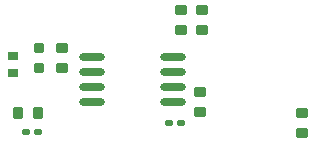
<source format=gtp>
G04 Layer_Color=8421504*
%FSLAX24Y24*%
%MOIN*%
G70*
G01*
G75*
%ADD10R,0.0354X0.0315*%
G04:AMPARAMS|DCode=11|XSize=39.4mil|YSize=35.4mil|CornerRadius=4.4mil|HoleSize=0mil|Usage=FLASHONLY|Rotation=0.000|XOffset=0mil|YOffset=0mil|HoleType=Round|Shape=RoundedRectangle|*
%AMROUNDEDRECTD11*
21,1,0.0394,0.0266,0,0,0.0*
21,1,0.0305,0.0354,0,0,0.0*
1,1,0.0089,0.0153,-0.0133*
1,1,0.0089,-0.0153,-0.0133*
1,1,0.0089,-0.0153,0.0133*
1,1,0.0089,0.0153,0.0133*
%
%ADD11ROUNDEDRECTD11*%
G04:AMPARAMS|DCode=12|XSize=19.7mil|YSize=23.6mil|CornerRadius=2mil|HoleSize=0mil|Usage=FLASHONLY|Rotation=90.000|XOffset=0mil|YOffset=0mil|HoleType=Round|Shape=RoundedRectangle|*
%AMROUNDEDRECTD12*
21,1,0.0197,0.0197,0,0,90.0*
21,1,0.0157,0.0236,0,0,90.0*
1,1,0.0039,0.0098,0.0079*
1,1,0.0039,0.0098,-0.0079*
1,1,0.0039,-0.0098,-0.0079*
1,1,0.0039,-0.0098,0.0079*
%
%ADD12ROUNDEDRECTD12*%
G04:AMPARAMS|DCode=13|XSize=31.5mil|YSize=31.5mil|CornerRadius=3.9mil|HoleSize=0mil|Usage=FLASHONLY|Rotation=90.000|XOffset=0mil|YOffset=0mil|HoleType=Round|Shape=RoundedRectangle|*
%AMROUNDEDRECTD13*
21,1,0.0315,0.0236,0,0,90.0*
21,1,0.0236,0.0315,0,0,90.0*
1,1,0.0079,0.0118,0.0118*
1,1,0.0079,0.0118,-0.0118*
1,1,0.0079,-0.0118,-0.0118*
1,1,0.0079,-0.0118,0.0118*
%
%ADD13ROUNDEDRECTD13*%
G04:AMPARAMS|DCode=14|XSize=39.4mil|YSize=35.4mil|CornerRadius=4.4mil|HoleSize=0mil|Usage=FLASHONLY|Rotation=270.000|XOffset=0mil|YOffset=0mil|HoleType=Round|Shape=RoundedRectangle|*
%AMROUNDEDRECTD14*
21,1,0.0394,0.0266,0,0,270.0*
21,1,0.0305,0.0354,0,0,270.0*
1,1,0.0089,-0.0133,-0.0153*
1,1,0.0089,-0.0133,0.0153*
1,1,0.0089,0.0133,0.0153*
1,1,0.0089,0.0133,-0.0153*
%
%ADD14ROUNDEDRECTD14*%
%ADD15O,0.0866X0.0236*%
D10*
X1181Y4941D02*
D03*
Y5492D02*
D03*
D11*
X6791Y7028D02*
D03*
Y6358D02*
D03*
X7480Y7028D02*
D03*
Y6358D02*
D03*
X2805Y5748D02*
D03*
Y5079D02*
D03*
X10827Y3583D02*
D03*
Y2913D02*
D03*
X7431Y4309D02*
D03*
Y3640D02*
D03*
D12*
X6398Y3248D02*
D03*
X6791D02*
D03*
X1624Y2953D02*
D03*
X2018D02*
D03*
D13*
X2067Y5079D02*
D03*
Y5748D02*
D03*
D14*
X1339Y3593D02*
D03*
X2008D02*
D03*
D15*
X6506Y3974D02*
D03*
Y4474D02*
D03*
Y4974D02*
D03*
Y5474D02*
D03*
X3829Y3974D02*
D03*
Y4474D02*
D03*
Y4974D02*
D03*
Y5474D02*
D03*
M02*

</source>
